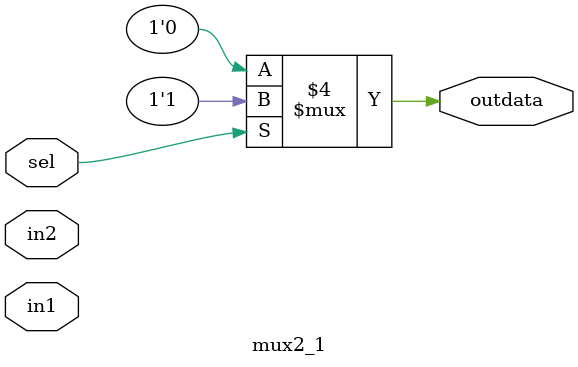
<source format=v>
/*
Author    				: 	Junhan Lv
Email Address         	:    1322069095@qq.com
Filename             	:    code.v
Data                 	:    2023-11-4
Description           	:    WaterLED for 8bit.
Modification History    	:
Data            Author       Version         Change Description
=======================================================
23/11/4        Junhan Lv    1.0              Original
*/

module mux2_1 (   
   input  wire [0:0] in1,
   input  wire in2,
   input  wire sel,
   output reg [0:0] outdata
);

always @(sel,in1,in2) begin
   if (sel==1'b1) 
      outdata = 1;
   else
      outdata = 0;

end


endmodule

</source>
